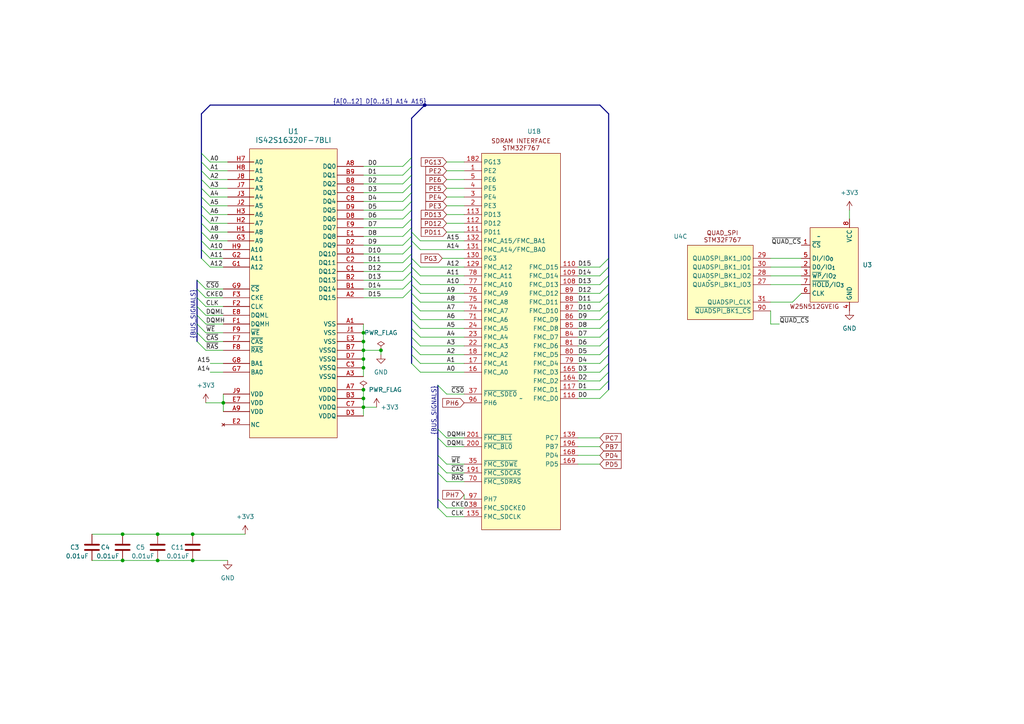
<source format=kicad_sch>
(kicad_sch (version 20230121) (generator eeschema)
  (paper "A4")
  (lib_symbols
    (symbol "Device:C" (pin_numbers hide) (pin_names (offset 0.254))
      (property "Reference" "C" (at 0.635 2.54 0))
      (property "Value" "C" (at 0.635 -2.54 0))
      (symbol "C_0_1"
        (polyline (pts (xy -2.032 -0.762) (xy 2.032 -0.762)) (stroke (width 0.508)))
        (polyline (pts (xy -2.032 0.762) (xy 2.032 0.762)) (stroke (width 0.508)))
      )
      (symbol "C_1_1"
        (pin passive line (at 0 3.81 270) (length 2.794) (name "~") (number "1"))
        (pin passive line (at 0 -3.81 90) (length 2.794) (name "~") (number "2"))
      )
    )
    (symbol "Local_symbols:IS42S16320F-7BLI" (pin_names (offset 0.254))
      (property "Reference" "U" (at 0 41.91 0))
      (property "Value" "IS42S16320F-7BLI" (at 0 39.37 0))
      (symbol "IS42S16320F-7BLI_1_1"
        (rectangle (start -12.7 38.1) (end 12.7 -45.72) (fill (type background)))
        (pin power_in line (at -20.32 -12.7 0) (length 7.62) (name "VSS") (number "A1"))
        (pin bidirectional line (at -20.32 -5.08 0) (length 7.62) (name "DQ15") (number "A2"))
        (pin power_in line (at -20.32 -27.94 0) (length 7.62) (name "VSSQ") (number "A3"))
        (pin power_in line (at -20.32 -31.75 0) (length 7.62) (name "VDDQ") (number "A7"))
        (pin bidirectional line (at -20.32 33.02 0) (length 7.62) (name "DQ0") (number "A8"))
        (pin power_in line (at 20.32 -38.1 180) (length 7.62) (name "VDD") (number "A9"))
        (pin bidirectional line (at -20.32 -2.54 0) (length 7.62) (name "DQ14") (number "B1"))
        (pin bidirectional line (at -20.32 0 0) (length 7.62) (name "DQ13") (number "B2"))
        (pin power_in line (at -20.32 -34.29 0) (length 7.62) (name "VDDQ") (number "B3"))
        (pin power_in line (at -20.32 -20.32 0) (length 7.62) (name "VSSQ") (number "B7"))
        (pin bidirectional line (at -20.32 27.94 0) (length 7.62) (name "DQ2") (number "B8"))
        (pin bidirectional line (at -20.32 30.48 0) (length 7.62) (name "DQ1") (number "B9"))
        (pin bidirectional line (at -20.32 2.54 0) (length 7.62) (name "DQ12") (number "C1"))
        (pin bidirectional line (at -20.32 5.08 0) (length 7.62) (name "DQ11") (number "C2"))
        (pin power_in line (at -20.32 -25.4 0) (length 7.62) (name "VSSQ") (number "C3"))
        (pin power_in line (at -20.32 -36.83 0) (length 7.62) (name "VDDQ") (number "C7"))
        (pin bidirectional line (at -20.32 22.86 0) (length 7.62) (name "DQ4") (number "C8"))
        (pin bidirectional line (at -20.32 25.4 0) (length 7.62) (name "DQ3") (number "C9"))
        (pin bidirectional line (at -20.32 7.62 0) (length 7.62) (name "DQ10") (number "D1"))
        (pin bidirectional line (at -20.32 10.16 0) (length 7.62) (name "DQ9") (number "D2"))
        (pin power_in line (at -20.32 -39.37 0) (length 7.62) (name "VDDQ") (number "D3"))
        (pin power_in line (at -20.32 -22.86 0) (length 7.62) (name "VSSQ") (number "D7"))
        (pin bidirectional line (at -20.32 17.78 0) (length 7.62) (name "DQ6") (number "D8"))
        (pin bidirectional line (at -20.32 20.32 0) (length 7.62) (name "DQ5") (number "D9"))
        (pin bidirectional line (at -20.32 12.7 0) (length 7.62) (name "DQ8") (number "E1"))
        (pin no_connect line (at 20.32 -41.91 180) (length 7.62) (name "NC") (number "E2"))
        (pin power_in line (at -20.32 -17.78 0) (length 7.62) (name "VSS") (number "E3"))
        (pin power_in line (at 20.32 -35.56 180) (length 7.62) (name "VDD") (number "E7"))
        (pin output line (at 20.32 -10.16 180) (length 7.62) (name "DQML") (number "E8"))
        (pin bidirectional line (at -20.32 15.24 0) (length 7.62) (name "DQ7") (number "E9"))
        (pin output line (at 20.32 -12.7 180) (length 7.62) (name "DQMH") (number "F1"))
        (pin output line (at 20.32 -7.62 180) (length 7.62) (name "CLK") (number "F2"))
        (pin output line (at 20.32 -5.08 180) (length 7.62) (name "CKE") (number "F3"))
        (pin output line (at 20.32 -17.78 180) (length 7.62) (name "~{CAS}") (number "F7"))
        (pin output line (at 20.32 -20.32 180) (length 7.62) (name "~{RAS}") (number "F8"))
        (pin output line (at 20.32 -15.24 180) (length 7.62) (name "~{WE}") (number "F9"))
        (pin output line (at 20.32 3.81 180) (length 7.62) (name "A12") (number "G1"))
        (pin output line (at 20.32 6.35 180) (length 7.62) (name "A11") (number "G2"))
        (pin output line (at 19.05 11.43 180) (length 7.62) (name "A9") (number "G3"))
        (pin output line (at 20.32 -26.67 180) (length 7.62) (name "BA0") (number "G7"))
        (pin output line (at 20.32 -24.13 180) (length 7.62) (name "BA1") (number "G8"))
        (pin output line (at 20.32 -2.54 180) (length 7.62) (name "~{CS}") (number "G9"))
        (pin output line (at 19.05 13.97 180) (length 7.62) (name "A8") (number "H1"))
        (pin output line (at 19.05 16.51 180) (length 7.62) (name "A7") (number "H2"))
        (pin output line (at 19.05 19.05 180) (length 7.62) (name "A6") (number "H3"))
        (pin output line (at 19.05 34.29 180) (length 7.62) (name "A0") (number "H7"))
        (pin output line (at 19.05 31.75 180) (length 7.62) (name "A1") (number "H8"))
        (pin output line (at 20.32 8.89 180) (length 7.62) (name "A10") (number "H9"))
        (pin power_in line (at -20.32 -15.24 0) (length 7.62) (name "VSS") (number "J1"))
        (pin output line (at 19.05 21.59 180) (length 7.62) (name "A5") (number "J2"))
        (pin output line (at 19.05 24.13 180) (length 7.62) (name "A4") (number "J3"))
        (pin output line (at 19.05 26.67 180) (length 7.62) (name "A3") (number "J7"))
        (pin output line (at 19.05 29.21 180) (length 7.62) (name "A2") (number "J8"))
        (pin power_in line (at 20.32 -33.02 180) (length 7.62) (name "VDD") (number "J9"))
      )
    )
    (symbol "Local_symbols:STM32F767BGT6"
      (property "Reference" "U" (at -11.43 74.93 0))
      (symbol "STM32F767BGT6_1_1"
        (rectangle (start -15.24 35.56) (end 0 -26.67) (fill (type background)))
        (text "POWER BLOCK\nSTM32F767\n" (at 2.54 38.1 0) (effects (font (size 1.27 1.27))))
        (pin power_in line (at -20.32 -2.54 0) (length 5.08) (name "VDD") (number "103"))
        (pin power_in line (at 5.08 12.7 180) (length 5.08) (name "VSS") (number "114"))
        (pin power_in line (at -20.32 12.7 0) (length 5.08) (name "VDD") (number "115"))
        (pin power_in line (at -20.32 10.16 0) (length 5.08) (name "VDD") (number "124"))
        (pin power_in line (at 5.08 10.16 180) (length 5.08) (name "VSS") (number "125"))
        (pin power_in line (at 5.08 0 180) (length 5.08) (name "VSS") (number "136"))
        (pin power_in line (at -20.32 -12.7 0) (length 5.08) (name "VDDUSB") (number "137"))
        (pin power_in line (at 5.08 30.48 180) (length 5.08) (name "VSS") (number "14"))
        (pin passive line (at -7.62 -31.75 90) (length 5.08) (name "VCAP_2") (number "148"))
        (pin power_in line (at 5.08 7.62 180) (length 5.08) (name "VSS") (number "149"))
        (pin power_in line (at -17.78 30.48 0) (length 2.54) (name "VDD") (number "15"))
        (pin power_in line (at -20.32 7.62 0) (length 5.08) (name "VDD") (number "150"))
        (pin power_in line (at -20.32 -5.08 0) (length 5.08) (name "VDD") (number "158"))
        (pin power_in line (at 5.08 -2.54 180) (length 5.08) (name "VSS") (number "170"))
        (pin power_in line (at -20.32 -10.16 0) (length 5.08) (name "VDDSDMMC") (number "171"))
        (pin power_in line (at 5.08 5.08 180) (length 5.08) (name "VSS") (number "184"))
        (pin power_in line (at -20.32 5.08 0) (length 5.08) (name "VDD") (number "185"))
        (pin power_in line (at 5.08 2.54 180) (length 5.08) (name "VSS") (number "202"))
        (pin passive line (at -11.43 -31.75 90) (length 5.08) (name "PDRON") (number "203"))
        (pin power_in line (at -20.32 2.54 0) (length 5.08) (name "VDD") (number "204"))
        (pin power_in line (at 5.08 27.94 180) (length 5.08) (name "VSS") (number "25"))
        (pin power_in line (at -17.78 27.94 0) (length 2.54) (name "VDD") (number "26"))
        (pin power_in line (at -20.32 0 0) (length 5.08) (name "VDD") (number "39"))
        (pin power_in line (at 5.08 -7.62 180) (length 5.08) (name "VSSA") (number "40"))
        (pin power_in line (at -20.32 -17.78 0) (length 5.08) (name "VDDREF+") (number "41"))
        (pin power_in line (at -20.32 -15.24 0) (length 5.08) (name "VDDA") (number "42"))
        (pin power_in line (at 5.08 25.4 180) (length 5.08) (name "VSS") (number "51"))
        (pin power_in line (at -17.78 25.4 0) (length 2.54) (name "VDD") (number "52"))
        (pin power_in line (at -17.78 22.86 0) (length 2.54) (name "VDD") (number "59"))
        (pin power_in line (at -7.62 40.64 270) (length 5.08) (name "VBAT") (number "6"))
        (pin power_in line (at 5.08 22.86 180) (length 5.08) (name "VSS") (number "60"))
        (pin power_in line (at 5.08 20.32 180) (length 5.08) (name "VSS") (number "72"))
        (pin power_in line (at -17.78 20.32 0) (length 2.54) (name "VDD") (number "73"))
        (pin power_in line (at 5.08 17.78 180) (length 5.08) (name "VSS") (number "82"))
        (pin power_in line (at -17.78 17.78 0) (length 2.54) (name "VDD") (number "83"))
        (pin passive line (at -3.81 -31.75 90) (length 5.08) (name "VCAP_1") (number "92"))
        (pin power_in line (at 5.08 15.24 180) (length 5.08) (name "VSS") (number "93"))
        (pin power_in line (at -17.78 15.24 0) (length 2.54) (name "VDD") (number "94"))
      )
      (symbol "STM32F767BGT6_2_1"
        (rectangle (start -15.24 69.85) (end 7.62 -39.37) (fill (type background)))
        (text "SDRAM INTERFACE\nSTM32F767" (at -3.81 72.39 0) (effects (font (size 1.27 1.27))))
        (pin bidirectional line (at -20.32 64.77 0) (length 5.08) (name "FMC_A23") (number "1") (alternate "PE2" bidirectional line))
        (pin bidirectional line (at 12.7 31.75 180) (length 5.08) (name "FMC_D13") (number "108"))
        (pin bidirectional line (at 12.7 34.29 180) (length 5.08) (name "FMC_D14") (number "109"))
        (pin bidirectional line (at 12.7 36.83 180) (length 5.08) (name "FMC_D15") (number "110"))
        (pin bidirectional line (at -20.32 46.99 0) (length 5.08) (name "FMC_A16") (number "111") (alternate "PD11" bidirectional line))
        (pin bidirectional line (at -20.32 49.53 0) (length 5.08) (name "FMC_A17") (number "112") (alternate "PD12" bidirectional line))
        (pin bidirectional line (at -20.32 52.07 0) (length 5.08) (name "FMC_A18") (number "113") (alternate "PD13" bidirectional line))
        (pin bidirectional line (at 12.7 -1.27 180) (length 5.08) (name "FMC_D0") (number "116"))
        (pin bidirectional line (at 12.7 1.27 180) (length 5.08) (name "FMC_D1") (number "117"))
        (pin bidirectional line (at -20.32 36.83 0) (length 5.08) (name "FMC_A12") (number "129"))
        (pin bidirectional line (at -20.32 39.37 0) (length 5.08) (name "FMC_A13") (number "130") (alternate "PG3" bidirectional line))
        (pin bidirectional line (at -20.32 41.91 0) (length 5.08) (name "FMC_A14/FMC_BA0") (number "131"))
        (pin bidirectional line (at -20.32 44.45 0) (length 5.08) (name "FMC_A15/FMC_BA1") (number "132"))
        (pin bidirectional line (at -20.32 -35.56 0) (length 5.08) (name "FMC_SDCLK") (number "135"))
        (pin bidirectional line (at 12.7 -12.7 180) (length 5.08) (name "~{FMC_E1}") (number "139") (alternate "PC7" tri_state line))
        (pin bidirectional line (at -20.32 6.35 0) (length 5.08) (name "FMC_A0") (number "16"))
        (pin bidirectional line (at 12.7 3.81 180) (length 5.08) (name "FMC_D2") (number "164"))
        (pin bidirectional line (at 12.7 6.35 180) (length 5.08) (name "FMC_D3") (number "165"))
        (pin bidirectional line (at 12.7 -17.78 180) (length 5.08) (name "~{FMC_OE}") (number "168") (alternate "PD4" bidirectional line))
        (pin bidirectional line (at 12.7 -20.32 180) (length 5.08) (name "~{FMC_WE}") (number "169") (alternate "PD5" bidirectional line))
        (pin bidirectional line (at -20.32 8.89 0) (length 5.08) (name "FMC_A1") (number "17"))
        (pin bidirectional line (at -20.32 11.43 0) (length 5.08) (name "FMC_A2") (number "18"))
        (pin bidirectional line (at -20.32 67.31 0) (length 5.08) (name "FMC_A24") (number "182") (alternate "PG13" bidirectional line))
        (pin bidirectional line (at -20.32 -22.86 0) (length 5.08) (name "~{FMC_SDCAS}") (number "191"))
        (pin bidirectional line (at 12.7 -15.24 180) (length 5.08) (name "~{FMC_L}") (number "196") (alternate "PB7" bidirectional line))
        (pin bidirectional line (at -20.32 54.61 0) (length 5.08) (name "FMC_A19") (number "2") (alternate "PE3" bidirectional line))
        (pin bidirectional line (at -20.32 -15.24 0) (length 5.08) (name "~{FMC_BL0}") (number "200"))
        (pin bidirectional line (at -20.32 -12.7 0) (length 5.08) (name "~{FMC_BL1}") (number "201"))
        (pin bidirectional line (at -20.32 13.97 0) (length 5.08) (name "FMC_A3") (number "22"))
        (pin bidirectional line (at -20.32 16.51 0) (length 5.08) (name "FMC_A4") (number "23"))
        (pin bidirectional line (at -20.32 19.05 0) (length 5.08) (name "FMC_A5") (number "24"))
        (pin bidirectional line (at -20.32 57.15 0) (length 5.08) (name "FMC_A20") (number "3") (alternate "PE4" bidirectional line))
        (pin bidirectional line (at -20.32 -20.32 0) (length 5.08) (name "~{FMC_SDWE}") (number "35"))
        (pin bidirectional line (at -20.32 0 0) (length 5.08) (name "~{FMC_SDE0}") (number "37"))
        (pin bidirectional line (at -20.32 -33.02 0) (length 5.08) (name "FMC_SDCKE0") (number "38"))
        (pin bidirectional line (at -20.32 59.69 0) (length 5.08) (name "FMC_A21") (number "4") (alternate "PE5" bidirectional line))
        (pin bidirectional line (at -20.32 62.23 0) (length 5.08) (name "FMC_A22") (number "5") (alternate "PE6" bidirectional line))
        (pin bidirectional line (at -20.32 -25.4 0) (length 5.08) (name "~{FMC_SDRAS}") (number "70"))
        (pin bidirectional line (at -20.32 21.59 0) (length 5.08) (name "FMC_A6") (number "71"))
        (pin bidirectional line (at -20.32 24.13 0) (length 5.08) (name "FMC_A7") (number "74"))
        (pin bidirectional line (at -20.32 26.67 0) (length 5.08) (name "FMC_A8") (number "75"))
        (pin bidirectional line (at -20.32 29.21 0) (length 5.08) (name "FMC_A9") (number "76"))
        (pin bidirectional line (at -20.32 31.75 0) (length 5.08) (name "FMC_A10") (number "77"))
        (pin bidirectional line (at -20.32 34.29 0) (length 5.08) (name "FMC_A11") (number "78"))
        (pin bidirectional line (at 12.7 8.89 180) (length 5.08) (name "FMC_D4") (number "79"))
        (pin bidirectional line (at 12.7 11.43 180) (length 5.08) (name "FMC_D5") (number "80"))
        (pin bidirectional line (at 12.7 13.97 180) (length 5.08) (name "FMC_D6") (number "81"))
        (pin bidirectional line (at 12.7 16.51 180) (length 5.08) (name "FMC_D7") (number "84"))
        (pin bidirectional line (at 12.7 19.05 180) (length 5.08) (name "FMC_D8") (number "85"))
        (pin bidirectional line (at 12.7 21.59 180) (length 5.08) (name "FMC_D9") (number "86"))
        (pin bidirectional line (at 12.7 24.13 180) (length 5.08) (name "FMC_D10") (number "87"))
        (pin bidirectional line (at 12.7 26.67 180) (length 5.08) (name "FMC_D11") (number "88"))
        (pin bidirectional line (at 12.7 29.21 180) (length 5.08) (name "FMC_D12") (number "89"))
        (pin bidirectional line (at -20.32 -2.54 0) (length 5.08) (name "~{FMC_SDE1}") (number "96") (alternate "PH6" bidirectional line))
        (pin bidirectional line (at -20.32 -30.48 0) (length 5.08) (name "FMC_SDCKE1") (number "97") (alternate "PH7" bidirectional line))
      )
      (symbol "STM32F767BGT6_3_1"
        (rectangle (start -16.51 8.89) (end 2.54 -12.7) (fill (type background)))
        (text "QUAD_SPI\nSTM32F767" (at -7.62 11.43 0) (effects (font (size 1.27 1.27))))
        (pin bidirectional line (at -21.59 -2.54 0) (length 5.08) (name "QUADSPI_BK1_IO3") (number "27"))
        (pin bidirectional line (at -21.59 0 0) (length 5.08) (name "QUADSPI_BK1_IO2") (number "28"))
        (pin bidirectional line (at -21.59 5.08 0) (length 5.08) (name "QUADSPI_BK1_IO0") (number "29"))
        (pin bidirectional line (at -21.59 2.54 0) (length 5.08) (name "QUADSPI_BK1_IO1") (number "30"))
        (pin bidirectional line (at -21.59 -7.62 0) (length 5.08) (name "QUADSPI_CLK") (number "31"))
        (pin bidirectional line (at -21.59 -10.16 0) (length 5.08) (name "~{QUADSPI_BK1_CS}") (number "90"))
      )
      (symbol "STM32F767BGT6_4_1"
        (rectangle (start -11.43 7.62) (end 5.08 -11.43) (fill (type background)))
        (text "CLOCK INTERFACE\nSTM32F767" (at -7.62 11.43 0) (effects (font (size 1.27 1.27))))
        (pin output line (at -16.51 5.08 0) (length 5.08) (name "RCC_OSC32_OUT") (number "10"))
        (pin input line (at -16.51 -2.54 0) (length 5.08) (name "RCC_OSC_IN") (number "32"))
        (pin output line (at -16.51 -5.08 0) (length 5.08) (name "RCC_OSC_OUT") (number "33"))
        (pin input line (at -16.51 -8.89 0) (length 5.08) (name "~{RESET}") (number "34"))
        (pin input line (at -16.51 2.54 0) (length 5.08) (name "RCC_OSC32_IN") (number "9"))
      )
      (symbol "STM32F767BGT6_5_1"
        (rectangle (start -6.35 8.89) (end 6.35 -11.43) (fill (type background)))
        (text "JTAG INTERFACE\nSTM32F767" (at 0 11.43 0) (effects (font (size 1.27 1.27))))
        (pin bidirectional line (at -11.43 6.35 0) (length 5.08) (name "TMS_SWDIO") (number "147"))
        (pin input line (at -11.43 3.81 0) (length 5.08) (name "TCK_SWCLK") (number "159"))
        (pin input line (at -11.43 -1.27 0) (length 5.08) (name "TDI") (number "160"))
        (pin bidirectional line (at -11.43 1.27 0) (length 5.08) (name "TDO_SW0") (number "192"))
        (pin input line (at -11.43 -3.81 0) (length 5.08) (name "TRST") (number "193"))
        (pin input line (at -11.43 -8.89 0) (length 5.08) (name "BOOT0") (number "197"))
      )
      (symbol "STM32F767BGT6_6_1"
        (rectangle (start -8.89 12.7) (end 8.89 -25.4) (fill (type background)))
        (text "ETHERNET INTERFACE\nSTM32F767" (at 0 15.24 0) (effects (font (size 1.27 1.27))))
        (pin output line (at -13.97 5.08 0) (length 5.08) (name "ETH_TXD0") (number "104"))
        (pin output line (at -13.97 2.54 0) (length 5.08) (name "ETH_TXD1") (number "105"))
        (pin output line (at -13.97 -17.78 0) (length 5.08) (name "ETH_MDC") (number "36"))
        (pin input line (at -13.97 -12.7 0) (length 5.08) (name "ETH_REF_CLK") (number "44"))
        (pin bidirectional line (at -13.97 -20.32 0) (length 5.08) (name "ETH_MDIO") (number "45"))
        (pin output line (at -13.97 -10.16 0) (length 5.08) (name "ETH_CRS_DV") (number "56"))
        (pin input line (at -13.97 -2.54 0) (length 5.08) (name "ETH_RXD0") (number "57"))
        (pin input line (at -13.97 -5.08 0) (length 5.08) (name "ETH_RXD1") (number "58"))
        (pin output line (at -13.97 8.89 0) (length 5.08) (name "ETH_TX_EN") (number "91"))
      )
      (symbol "STM32F767BGT6_7_1"
        (rectangle (start -15.24 35.56) (end 0 -53.34) (fill (type background)))
        (text "LCD INTERFACE\nSTM32F767\n" (at -7.62 38.1 0) (effects (font (size 1.27 1.27))))
        (pin output line (at 5.08 27.94 180) (length 5.08) (name "LCD_VSYNC") (number "11"))
        (pin output line (at 5.08 25.4 180) (length 5.08) (name "LCD_HSYNC") (number "12"))
        (pin output line (at 5.08 -17.78 180) (length 5.08) (name "LCD_G3") (number "122"))
        (pin output line (at 5.08 -15.24 180) (length 5.08) (name "LCD_G4") (number "123"))
        (pin output line (at 5.08 -7.62 180) (length 5.08) (name "LCD_G7") (number "128"))
        (pin output line (at 5.08 -10.16 180) (length 5.08) (name "LCD_G6") (number "13"))
        (pin output line (at 5.08 2.54 180) (length 5.08) (name "LCD_B2") (number "172"))
        (pin output line (at 5.08 -2.54 180) (length 5.08) (name "LCD_B0") (number "174"))
        (pin output line (at 5.08 0 180) (length 5.08) (name "LCD_B1") (number "175"))
        (pin output line (at 5.08 5.08 180) (length 5.08) (name "LCD_B3") (number "177"))
        (pin output line (at 5.08 7.62 180) (length 5.08) (name "LCD_B4") (number "181"))
        (pin output line (at 5.08 12.7 180) (length 5.08) (name "LCD_B6") (number "188"))
        (pin output line (at 5.08 15.24 180) (length 5.08) (name "LCD_B7") (number "189"))
        (pin output line (at 5.08 30.48 180) (length 5.08) (name "LCD_DE") (number "190"))
        (pin output line (at 5.08 22.86 180) (length 5.08) (name "LCD_CLK") (number "21"))
        (pin output line (at 5.08 -49.53 180) (length 5.08) (name "LCD_R0") (number "46"))
        (pin output line (at 5.08 -46.99 180) (length 5.08) (name "LCD_R1") (number "47"))
        (pin output line (at 5.08 -12.7 180) (length 5.08) (name "LCD_G5") (number "48"))
        (pin output line (at 5.08 10.16 180) (length 5.08) (name "LCD_B5") (number "50"))
        (pin output line (at 5.08 -39.37 180) (length 5.08) (name "LCD_R4") (number "54"))
        (pin output line (at 5.08 -20.32 180) (length 5.08) (name "LCD_G2") (number "55"))
        (pin output line (at 5.08 -22.86 180) (length 5.08) (name "LCD_G1") (number "61"))
        (pin output line (at 5.08 -25.4 180) (length 5.08) (name "LCD_G0") (number "62"))
        (pin output line (at 5.08 -31.75 180) (length 5.08) (name "LCD_R7") (number "65"))
        (pin output line (at 5.08 -44.45 180) (length 5.08) (name "LCD_R2") (number "66"))
        (pin output line (at 5.08 -41.91 180) (length 5.08) (name "LCD_R3") (number "67"))
        (pin output line (at 5.08 -36.83 180) (length 5.08) (name "LCD_R5") (number "69"))
        (pin output line (at 5.08 -34.29 180) (length 5.08) (name "LCD_R6") (number "95"))
      )
      (symbol "STM32F767BGT6_8_1"
        (rectangle (start -11.43 2.54) (end 3.81 -15.24) (fill (type background)))
        (text "SDCARD INTERFACE\nSTM32F767" (at -2.54 5.08 0) (effects (font (size 1.27 1.27))))
        (pin bidirectional line (at 8.89 0 180) (length 5.08) (name "SDMMC1_D0") (number "140"))
        (pin bidirectional line (at 8.89 -2.54 180) (length 5.08) (name "SDMMC1_D1") (number "141"))
        (pin bidirectional line (at 8.89 -5.08 180) (length 5.08) (name "SDMMC1_D2") (number "161"))
        (pin bidirectional line (at 8.89 -7.62 180) (length 5.08) (name "SDMMC1_D3") (number "162"))
        (pin bidirectional line (at 8.89 -10.16 180) (length 5.08) (name "SDMMC1_CK") (number "163"))
        (pin bidirectional line (at 8.89 -12.7 180) (length 5.08) (name "SDMMC1_CMD") (number "166"))
      )
      (symbol "STM32F767BGT6_9_1"
        (rectangle (start -13.97 7.62) (end 5.08 -10.16) (fill (type background)))
        (text "USB INTERFACE\nSTM32F767" (at -2.54 10.16 0) (effects (font (size 1.27 1.27))))
        (pin bidirectional line (at 10.16 -3.81 180) (length 5.08) (name "USB_OTG_FS_SOF") (number "142"))
        (pin bidirectional line (at 10.16 -6.35 180) (length 5.08) (name "USB_OTG_FS_VBUS") (number "143"))
        (pin bidirectional line (at 10.16 3.81 180) (length 5.08) (name "USB_OTG_FS_ID") (number "144"))
        (pin bidirectional line (at 10.16 1.27 180) (length 5.08) (name "USB_OTG_FS_DM") (number "145"))
        (pin bidirectional line (at 10.16 -1.27 180) (length 5.08) (name "USB_OTG_FS_DP") (number "146"))
      )
      (symbol "STM32F767BGT6_10_1"
        (rectangle (start -15.24 35.56) (end -2.54 -52.07) (fill (type background)))
        (text "POWER BLOCK\nSTM32F767\n" (at 2.54 38.1 0) (effects (font (size 1.27 1.27))))
        (pin bidirectional line (at 2.54 -3.81 180) (length 5.08) (name "PH10") (number "100"))
        (pin bidirectional line (at 2.54 -6.35 180) (length 5.08) (name "PH11") (number "101"))
        (pin bidirectional line (at 2.54 -8.89 180) (length 5.08) (name "PH12") (number "102"))
        (pin bidirectional line (at -20.32 7.62 0) (length 5.08) (name "PB14") (number "106"))
        (pin bidirectional line (at -20.32 5.08 0) (length 5.08) (name "PB15") (number "107"))
        (pin bidirectional line (at 2.54 -24.13 180) (length 5.08) (name "PJ6") (number "118"))
        (pin bidirectional line (at 2.54 -26.67 180) (length 5.08) (name "PJ7") (number "119"))
        (pin bidirectional line (at 2.54 -29.21 180) (length 5.08) (name "PJ8") (number "120"))
        (pin bidirectional line (at 2.54 -31.75 180) (length 5.08) (name "PJ9") (number "121"))
        (pin bidirectional line (at 2.54 -39.37 180) (length 5.08) (name "PK0") (number "126"))
        (pin bidirectional line (at 2.54 -41.91 180) (length 5.08) (name "PK1") (number "127"))
        (pin bidirectional line (at 2.54 22.86 180) (length 5.08) (name "PG6") (number "133"))
        (pin bidirectional line (at 2.54 20.32 180) (length 5.08) (name "PG7") (number "134"))
        (pin bidirectional line (at -20.32 0 0) (length 5.08) (name "PC6") (number "138"))
        (pin bidirectional line (at 2.54 -11.43 180) (length 5.08) (name "PH13") (number "151"))
        (pin bidirectional line (at 2.54 -13.97 180) (length 5.08) (name "PH14") (number "152"))
        (pin bidirectional line (at 2.54 -16.51 180) (length 5.08) (name "PH15") (number "153"))
        (pin bidirectional line (at -20.32 -13.97 0) (length 5.08) (name "PI0") (number "154"))
        (pin bidirectional line (at -20.32 -16.51 0) (length 5.08) (name "PI1") (number "155"))
        (pin bidirectional line (at -20.32 -19.05 0) (length 5.08) (name "PI2") (number "156"))
        (pin bidirectional line (at -20.32 -21.59 0) (length 5.08) (name "PI3") (number "157"))
        (pin bidirectional line (at -20.32 -6.35 0) (length 5.08) (name "PD3") (number "167"))
        (pin bidirectional line (at -20.32 -8.89 0) (length 5.08) (name "PD7") (number "173"))
        (pin bidirectional line (at 2.54 -34.29 180) (length 5.08) (name "PJ14") (number "176"))
        (pin bidirectional line (at 2.54 17.78 180) (length 5.08) (name "PG9") (number "178"))
        (pin bidirectional line (at 2.54 15.24 180) (length 5.08) (name "PG10") (number "179"))
        (pin bidirectional line (at 2.54 12.7 180) (length 5.08) (name "PG11") (number "180"))
        (pin bidirectional line (at 2.54 10.16 180) (length 5.08) (name "PG14") (number "183"))
        (pin bidirectional line (at 2.54 -44.45 180) (length 5.08) (name "PK3") (number "186"))
        (pin bidirectional line (at 2.54 -46.99 180) (length 5.08) (name "PK4") (number "187"))
        (pin bidirectional line (at -20.32 -36.83 0) (length 5.08) (name "PI12") (number "19"))
        (pin bidirectional line (at -20.32 20.32 0) (length 5.08) (name "PB5") (number "194"))
        (pin bidirectional line (at -20.32 17.78 0) (length 5.08) (name "PB6") (number "195"))
        (pin bidirectional line (at -20.32 12.7 0) (length 5.08) (name "PB8") (number "198"))
        (pin bidirectional line (at -20.32 10.16 0) (length 5.08) (name "PB9") (number "199"))
        (pin bidirectional line (at -20.32 -39.37 0) (length 5.08) (name "PI13") (number "20"))
        (pin bidirectional line (at -20.32 -24.13 0) (length 5.08) (name "PI4") (number "205"))
        (pin bidirectional line (at -20.32 -26.67 0) (length 5.08) (name "PI5") (number "206"))
        (pin bidirectional line (at -20.32 -29.21 0) (length 5.08) (name "PI6") (number "207"))
        (pin bidirectional line (at -20.32 -31.75 0) (length 5.08) (name "PI7") (number "208"))
        (pin bidirectional line (at -20.32 30.48 0) (length 5.08) (name "PA0/WKUP") (number "43"))
        (pin bidirectional line (at 2.54 3.81 180) (length 5.08) (name "PH5") (number "49"))
        (pin bidirectional line (at -20.32 27.94 0) (length 5.08) (name "PA4") (number "53"))
        (pin bidirectional line (at -20.32 22.86 0) (length 5.08) (name "PB2") (number "63"))
        (pin bidirectional line (at -20.32 -41.91 0) (length 5.08) (name "PI15") (number "64"))
        (pin bidirectional line (at 2.54 -21.59 180) (length 5.08) (name "PJ3") (number "68"))
        (pin bidirectional line (at -20.32 -34.29 0) (length 5.08) (name "PI8") (number "7"))
        (pin bidirectional line (at -20.32 -2.54 0) (length 5.08) (name "PC13") (number "8"))
        (pin bidirectional line (at 2.54 1.27 180) (length 5.08) (name "PH8") (number "98"))
        (pin bidirectional line (at 2.54 -1.27 180) (length 5.08) (name "PH9") (number "99"))
      )
    )
    (symbol "dk_Memory:W25N512GVEIG"
      (property "Reference" "U" (at -7.62 12.7 0))
      (symbol "W25N512GVEIG_1_1"
        (rectangle (start -6.35 11.43) (end 7.62 -10.16) (fill (type background)))
        (text "W25N512GVEIG" (at -5.08 -11.43 0) (effects (font (size 1.27 1.27))))
        (pin input line (at -8.89 6.35 0) (length 2.54) (name "~{CS}") (number "1"))
        (pin bidirectional line (at -8.89 0 0) (length 2.54) (name "D0/IO_{1}") (number "2"))
        (pin bidirectional line (at -8.89 -2.54 0) (length 2.54) (name "~{WP}/IO_{2}") (number "3"))
        (pin power_in line (at 5.08 -12.7 90) (length 2.54) (name "GND") (number "4"))
        (pin bidirectional line (at -8.89 2.54 0) (length 2.54) (name "DI/IO_{0}") (number "5"))
        (pin input line (at -8.89 -7.62 0) (length 2.54) (name "CLK") (number "6"))
        (pin bidirectional line (at -8.89 -5.08 0) (length 2.54) (name "~{HOLD}/IO_{3}") (number "7"))
        (pin power_in line (at 5.08 13.97 270) (length 2.54) (name "VCC") (number "8"))
      )
    )
    (symbol "power:+3V3" (power) (pin_names (offset 0))
      (property "Value" "+3V3" (at 0 3.556 0))
      (symbol "+3V3_0_1"
        (polyline (pts (xy -0.762 1.27) (xy 0 2.54)))
        (polyline (pts (xy 0 0) (xy 0 2.54)))
        (polyline (pts (xy 0 2.54) (xy 0.762 1.27)))
      )
      (symbol "+3V3_1_1"
        (pin power_in line (at 0 0 90) (length 0) hide (name "+3V3") (number "1"))
      )
    )
    (symbol "power:GND" (power) (pin_names (offset 0))
      (property "Value" "GND" (at 0 -3.81 0))
      (symbol "GND_0_1"
        (polyline (pts (xy 0 0) (xy 0 -1.27) (xy 1.27 -1.27) (xy 0 -2.54) (xy -1.27 -1.27) (xy 0 -1.27)))
      )
      (symbol "GND_1_1"
        (pin power_in line (at 0 0 270) (length 0) hide (name "GND") (number "1"))
      )
    )
    (symbol "power:PWR_FLAG" (power) (pin_numbers hide) (pin_names (offset 0) hide)
      (property "Value" "PWR_FLAG" (at 0 3.81 0))
      (symbol "PWR_FLAG_0_0"
        (pin power_out line (at 0 0 90) (length 0) (name "pwr") (number "1"))
      )
      (symbol "PWR_FLAG_0_1"
        (polyline (pts (xy 0 0) (xy 0 1.27) (xy -1.016 1.905) (xy 0 2.54) (xy 1.016 1.905) (xy 0 1.27)))
      )
    )
  )
  (bus_alias "BUS_SIGNALS" (members "~{WE}" "DQMH" "DQML" "CLK" "~{CS0}" "CKE0" "~{RAS}" "~{CAS}"))
  (junction (at 105.41 118.11))
  (junction (at 105.41 106.68))
  (junction (at 105.41 101.6))
  (junction (at 35.56 162.56))
  (junction (at 110.49 101.6))
  (junction (at 105.41 96.52))
  (junction (at 35.56 154.94))
  (junction (at 45.72 162.56))
  (junction (at 105.41 113.03))
  (junction (at 55.88 162.56))
  (junction (at 105.41 104.14))
  (junction (at 55.88 154.94))
  (junction (at 64.77 116.84))
  (junction (at 105.41 99.06))
  (junction (at 105.41 115.57))
  (junction (at 123.19 30.48))
  (junction (at 45.72 154.94))
  (bus_entry (at 176.53 95.25) (size -2.54 2.54))
  (bus_entry (at 176.53 92.71) (size -2.54 2.54))
  (bus_entry (at 176.53 100.33) (size -2.54 2.54))
  (bus_entry (at 176.53 82.55) (size -2.54 2.54))
  (bus_entry (at 57.15 91.44) (size 2.54 2.54))
  (bus_entry (at 119.38 48.26) (size -2.54 2.54))
  (bus_entry (at 119.38 77.47) (size 2.54 2.54))
  (bus_entry (at 127 127) (size 2.54 2.54))
  (bus_entry (at 58.42 54.61) (size 2.54 2.54))
  (bus_entry (at 58.42 46.99) (size 2.54 2.54))
  (bus_entry (at 58.42 44.45) (size 2.54 2.54))
  (bus_entry (at 119.38 92.71) (size 2.54 2.54))
  (bus_entry (at 176.53 74.93) (size -2.54 2.54))
  (bus_entry (at 119.38 82.55) (size 2.54 2.54))
  (bus_entry (at 119.38 78.74) (size -2.54 2.54))
  (bus_entry (at 119.38 100.33) (size 2.54 2.54))
  (bus_entry (at 119.38 55.88) (size -2.54 2.54))
  (bus_entry (at 57.15 88.9) (size 2.54 2.54))
  (bus_entry (at 119.38 102.87) (size 2.54 2.54))
  (bus_entry (at 119.38 95.25) (size 2.54 2.54))
  (bus_entry (at 176.53 90.17) (size -2.54 2.54))
  (bus_entry (at 57.15 83.82) (size 2.54 2.54))
  (bus_entry (at 127 134.62) (size 2.54 2.54))
  (bus_entry (at 119.38 58.42) (size -2.54 2.54))
  (bus_entry (at 176.53 110.49) (size -2.54 2.54))
  (bus_entry (at 57.15 86.36) (size 2.54 2.54))
  (bus_entry (at 119.38 63.5) (size -2.54 2.54))
  (bus_entry (at 176.53 85.09) (size -2.54 2.54))
  (bus_entry (at 119.38 45.72) (size -2.54 2.54))
  (bus_entry (at 119.38 50.8) (size -2.54 2.54))
  (bus_entry (at 119.38 66.04) (size -2.54 2.54))
  (bus_entry (at 176.53 102.87) (size -2.54 2.54))
  (bus_entry (at 127 132.08) (size 2.54 2.54))
  (bus_entry (at 58.42 74.93) (size 2.54 2.54))
  (bus_entry (at 176.53 77.47) (size -2.54 2.54))
  (bus_entry (at 58.42 52.07) (size 2.54 2.54))
  (bus_entry (at 119.38 60.96) (size -2.54 2.54))
  (bus_entry (at 58.42 67.31) (size 2.54 2.54))
  (bus_entry (at 119.38 53.34) (size -2.54 2.54))
  (bus_entry (at 119.38 83.82) (size -2.54 2.54))
  (bus_entry (at 119.38 87.63) (size 2.54 2.54))
  (bus_entry (at 58.42 72.39) (size 2.54 2.54))
  (bus_entry (at 127 111.76) (size 2.54 2.54))
  (bus_entry (at 127 147.32) (size 2.54 2.54))
  (bus_entry (at 127 124.46) (size 2.54 2.54))
  (bus_entry (at 58.42 62.23) (size 2.54 2.54))
  (bus_entry (at 58.42 64.77) (size 2.54 2.54))
  (bus_entry (at 119.38 97.79) (size 2.54 2.54))
  (bus_entry (at 119.38 80.01) (size 2.54 2.54))
  (bus_entry (at 176.53 107.95) (size -2.54 2.54))
  (bus_entry (at 176.53 97.79) (size -2.54 2.54))
  (bus_entry (at 119.38 81.28) (size -2.54 2.54))
  (bus_entry (at 119.38 90.17) (size 2.54 2.54))
  (bus_entry (at 119.38 76.2) (size -2.54 2.54))
  (bus_entry (at 57.15 81.28) (size 2.54 2.54))
  (bus_entry (at 119.38 74.93) (size 2.54 2.54))
  (bus_entry (at 57.15 93.98) (size 2.54 2.54))
  (bus_entry (at 57.15 96.52) (size 2.54 2.54))
  (bus_entry (at 58.42 49.53) (size 2.54 2.54))
  (bus_entry (at 127 144.78) (size 2.54 2.54))
  (bus_entry (at 119.38 71.12) (size -2.54 2.54))
  (bus_entry (at 57.15 99.06) (size 2.54 2.54))
  (bus_entry (at 176.53 105.41) (size -2.54 2.54))
  (bus_entry (at 176.53 113.03) (size -2.54 2.54))
  (bus_entry (at 119.38 85.09) (size 2.54 2.54))
  (bus_entry (at 119.38 69.85) (size 2.54 2.54))
  (bus_entry (at 119.38 67.31) (size 2.54 2.54))
  (bus_entry (at 127 137.16) (size 2.54 2.54))
  (bus_entry (at 119.38 68.58) (size -2.54 2.54))
  (bus_entry (at 119.38 105.41) (size 2.54 2.54))
  (bus_entry (at 58.42 69.85) (size 2.54 2.54))
  (bus_entry (at 176.53 87.63) (size -2.54 2.54))
  (bus_entry (at 58.42 57.15) (size 2.54 2.54))
  (bus_entry (at 176.53 80.01) (size -2.54 2.54))
  (bus_entry (at 58.42 59.69) (size 2.54 2.54))
  (bus_entry (at 119.38 73.66) (size -2.54 2.54))
  (wire (pts (xy 167.64 77.47) (xy 173.99 77.47)))
  (wire (pts (xy 129.54 67.31) (xy 134.62 67.31)))
  (wire (pts (xy 105.41 78.74) (xy 116.84 78.74)))
  (wire (pts (xy 105.41 81.28) (xy 116.84 81.28)))
  (wire (pts (xy 129.54 52.07) (xy 134.62 52.07)))
  (wire (pts (xy 35.56 162.56) (xy 45.72 162.56)))
  (bus (pts (xy 58.42 72.39) (xy 58.42 74.93)))
  (bus (pts (xy 58.42 59.69) (xy 58.42 62.23)))
  (bus (pts (xy 58.42 46.99) (xy 58.42 49.53)))
  (wire (pts (xy 223.52 87.63) (xy 229.87 87.63)))
  (wire (pts (xy 128.27 74.93) (xy 134.62 74.93)))
  (wire (pts (xy 59.69 101.6) (xy 64.77 101.6)))
  (wire (pts (xy 121.92 80.01) (xy 134.62 80.01)))
  (bus (pts (xy 127 124.46) (xy 127 127)))
  (bus (pts (xy 176.53 77.47) (xy 176.53 80.01)))
  (wire (pts (xy 105.41 50.8) (xy 116.84 50.8)))
  (wire (pts (xy 35.56 154.94) (xy 45.72 154.94)))
  (bus (pts (xy 119.38 102.87) (xy 119.38 105.41)))
  (wire (pts (xy 105.41 66.04) (xy 116.84 66.04)))
  (wire (pts (xy 134.62 143.51) (xy 134.62 144.78)))
  (bus (pts (xy 119.38 85.09) (xy 119.38 87.63)))
  (wire (pts (xy 129.54 137.16) (xy 134.62 137.16)))
  (wire (pts (xy 59.69 91.44) (xy 64.77 91.44)))
  (wire (pts (xy 167.64 100.33) (xy 173.99 100.33)))
  (wire (pts (xy 129.54 49.53) (xy 134.62 49.53)))
  (wire (pts (xy 121.92 97.79) (xy 134.62 97.79)))
  (wire (pts (xy 105.41 118.11) (xy 109.22 118.11)))
  (wire (pts (xy 64.77 116.84) (xy 64.77 119.38)))
  (wire (pts (xy 121.92 72.39) (xy 134.62 72.39)))
  (bus (pts (xy 119.38 82.55) (xy 119.38 83.82)))
  (bus (pts (xy 57.15 91.44) (xy 57.15 93.98)))
  (bus (pts (xy 119.38 90.17) (xy 119.38 92.71)))
  (wire (pts (xy 129.54 129.54) (xy 134.62 129.54)))
  (wire (pts (xy 60.96 77.47) (xy 64.77 77.47)))
  (wire (pts (xy 59.69 96.52) (xy 64.77 96.52)))
  (wire (pts (xy 105.41 53.34) (xy 116.84 53.34)))
  (wire (pts (xy 59.69 83.82) (xy 64.77 83.82)))
  (bus (pts (xy 58.42 54.61) (xy 58.42 57.15)))
  (bus (pts (xy 127 127) (xy 127 132.08)))
  (wire (pts (xy 173.99 127) (xy 167.64 127)))
  (wire (pts (xy 60.96 49.53) (xy 66.04 49.53)))
  (wire (pts (xy 167.64 129.54) (xy 173.99 129.54)))
  (wire (pts (xy 223.52 80.01) (xy 232.41 80.01)))
  (wire (pts (xy 105.41 101.6) (xy 105.41 104.14)))
  (wire (pts (xy 167.64 105.41) (xy 173.99 105.41)))
  (wire (pts (xy 59.69 86.36) (xy 64.77 86.36)))
  (wire (pts (xy 121.92 82.55) (xy 134.62 82.55)))
  (bus (pts (xy 58.42 33.02) (xy 58.42 44.45)))
  (bus (pts (xy 58.42 44.45) (xy 58.42 46.99)))
  (bus (pts (xy 57.15 83.82) (xy 57.15 86.36)))
  (wire (pts (xy 105.41 96.52) (xy 105.41 99.06)))
  (wire (pts (xy 105.41 58.42) (xy 116.84 58.42)))
  (wire (pts (xy 55.88 154.94) (xy 71.12 154.94)))
  (wire (pts (xy 60.96 107.95) (xy 64.77 107.95)))
  (bus (pts (xy 176.53 100.33) (xy 176.53 102.87)))
  (bus (pts (xy 119.38 95.25) (xy 119.38 97.79)))
  (wire (pts (xy 105.41 86.36) (xy 116.84 86.36)))
  (bus (pts (xy 176.53 105.41) (xy 176.53 107.95)))
  (wire (pts (xy 229.87 87.63) (xy 232.41 85.09)))
  (bus (pts (xy 176.53 97.79) (xy 176.53 100.33)))
  (bus (pts (xy 176.53 102.87) (xy 176.53 105.41)))
  (bus (pts (xy 127 111.76) (xy 127 124.46)))
  (wire (pts (xy 129.54 59.69) (xy 134.62 59.69)))
  (wire (pts (xy 59.69 99.06) (xy 64.77 99.06)))
  (wire (pts (xy 167.64 90.17) (xy 173.99 90.17)))
  (wire (pts (xy 167.64 87.63) (xy 173.99 87.63)))
  (bus (pts (xy 127 137.16) (xy 127 144.78)))
  (wire (pts (xy 167.64 115.57) (xy 173.99 115.57)))
  (bus (pts (xy 176.53 90.17) (xy 176.53 92.71)))
  (wire (pts (xy 129.54 147.32) (xy 134.62 147.32)))
  (bus (pts (xy 127 132.08) (xy 127 134.62)))
  (bus (pts (xy 119.38 71.12) (xy 119.38 73.66)))
  (bus (pts (xy 119.38 67.31) (xy 119.38 68.58)))
  (wire (pts (xy 60.96 54.61) (xy 66.04 54.61)))
  (wire (pts (xy 121.92 102.87) (xy 134.62 102.87)))
  (wire (pts (xy 45.72 154.94) (xy 55.88 154.94)))
  (bus (pts (xy 119.38 73.66) (xy 119.38 74.93)))
  (bus (pts (xy 119.38 83.82) (xy 119.38 85.09)))
  (bus (pts (xy 58.42 52.07) (xy 58.42 54.61)))
  (bus (pts (xy 58.42 33.02) (xy 60.96 30.48)))
  (wire (pts (xy 55.88 162.56) (xy 66.04 162.56)))
  (wire (pts (xy 105.41 99.06) (xy 105.41 101.6)))
  (wire (pts (xy 105.41 83.82) (xy 116.84 83.82)))
  (wire (pts (xy 26.67 154.94) (xy 35.56 154.94)))
  (wire (pts (xy 121.92 100.33) (xy 134.62 100.33)))
  (wire (pts (xy 105.41 71.12) (xy 116.84 71.12)))
  (wire (pts (xy 64.77 114.3) (xy 64.77 116.84)))
  (bus (pts (xy 58.42 64.77) (xy 58.42 67.31)))
  (wire (pts (xy 60.96 46.99) (xy 66.04 46.99)))
  (bus (pts (xy 58.42 49.53) (xy 58.42 52.07)))
  (bus (pts (xy 119.38 92.71) (xy 119.38 95.25)))
  (wire (pts (xy 167.64 97.79) (xy 173.99 97.79)))
  (wire (pts (xy 167.64 82.55) (xy 173.99 82.55)))
  (wire (pts (xy 167.64 80.01) (xy 173.99 80.01)))
  (bus (pts (xy 58.42 69.85) (xy 58.42 72.39)))
  (bus (pts (xy 176.53 87.63) (xy 176.53 90.17)))
  (wire (pts (xy 129.54 139.7) (xy 134.62 139.7)))
  (wire (pts (xy 223.52 77.47) (xy 232.41 77.47)))
  (bus (pts (xy 58.42 57.15) (xy 58.42 59.69)))
  (bus (pts (xy 60.96 30.48) (xy 123.19 30.48)))
  (wire (pts (xy 105.41 115.57) (xy 105.41 118.11)))
  (bus (pts (xy 127 144.78) (xy 127 147.32)))
  (wire (pts (xy 167.64 107.95) (xy 173.99 107.95)))
  (wire (pts (xy 167.64 95.25) (xy 173.99 95.25)))
  (wire (pts (xy 59.69 116.84) (xy 64.77 116.84)))
  (bus (pts (xy 119.38 48.26) (xy 119.38 50.8)))
  (wire (pts (xy 105.41 76.2) (xy 116.84 76.2)))
  (wire (pts (xy 105.41 73.66) (xy 116.84 73.66)))
  (bus (pts (xy 119.38 53.34) (xy 119.38 55.88)))
  (bus (pts (xy 176.53 110.49) (xy 176.53 113.03)))
  (wire (pts (xy 60.96 57.15) (xy 66.04 57.15)))
  (wire (pts (xy 223.52 74.93) (xy 232.41 74.93)))
  (wire (pts (xy 129.54 127) (xy 134.62 127)))
  (wire (pts (xy 121.92 105.41) (xy 134.62 105.41)))
  (wire (pts (xy 110.49 101.6) (xy 110.49 102.87)))
  (wire (pts (xy 59.69 88.9) (xy 64.77 88.9)))
  (bus (pts (xy 119.38 66.04) (xy 119.38 67.31)))
  (wire (pts (xy 121.92 77.47) (xy 134.62 77.47)))
  (bus (pts (xy 119.38 58.42) (xy 119.38 60.96)))
  (wire (pts (xy 129.54 57.15) (xy 134.62 57.15)))
  (bus (pts (xy 176.53 107.95) (xy 176.53 110.49)))
  (wire (pts (xy 105.41 55.88) (xy 116.84 55.88)))
  (bus (pts (xy 119.38 78.74) (xy 119.38 80.01)))
  (wire (pts (xy 223.52 82.55) (xy 232.41 82.55)))
  (wire (pts (xy 60.96 64.77) (xy 66.04 64.77)))
  (bus (pts (xy 119.38 87.63) (xy 119.38 90.17)))
  (bus (pts (xy 119.38 97.79) (xy 119.38 100.33)))
  (wire (pts (xy 129.54 149.86) (xy 134.62 149.86)))
  (bus (pts (xy 57.15 86.36) (xy 57.15 88.9)))
  (wire (pts (xy 226.06 93.98) (xy 223.52 93.98)))
  (wire (pts (xy 121.92 107.95) (xy 134.62 107.95)))
  (bus (pts (xy 119.38 81.28) (xy 119.38 82.55)))
  (bus (pts (xy 119.38 60.96) (xy 119.38 63.5)))
  (wire (pts (xy 167.64 110.49) (xy 173.99 110.49)))
  (wire (pts (xy 129.54 114.3) (xy 134.62 114.3)))
  (wire (pts (xy 121.92 69.85) (xy 134.62 69.85)))
  (wire (pts (xy 129.54 54.61) (xy 134.62 54.61)))
  (bus (pts (xy 58.42 67.31) (xy 58.42 69.85)))
  (bus (pts (xy 57.15 88.9) (xy 57.15 91.44)))
  (wire (pts (xy 105.41 113.03) (xy 105.41 115.57)))
  (wire (pts (xy 167.64 134.62) (xy 173.99 134.62)))
  (wire (pts (xy 60.96 72.39) (xy 64.77 72.39)))
  (wire (pts (xy 60.96 59.69) (xy 66.04 59.69)))
  (wire (pts (xy 121.92 95.25) (xy 134.62 95.25)))
  (bus (pts (xy 173.99 30.48) (xy 176.53 33.02)))
  (wire (pts (xy 121.92 92.71) (xy 134.62 92.71)))
  (wire (pts (xy 167.64 113.03) (xy 173.99 113.03)))
  (wire (pts (xy 223.52 93.98) (xy 223.52 90.17)))
  (wire (pts (xy 60.96 67.31) (xy 66.04 67.31)))
  (bus (pts (xy 119.38 77.47) (xy 119.38 78.74)))
  (bus (pts (xy 176.53 85.09) (xy 176.53 87.63)))
  (bus (pts (xy 119.38 34.29) (xy 123.19 30.48)))
  (wire (pts (xy 129.54 62.23) (xy 134.62 62.23)))
  (bus (pts (xy 58.42 62.23) (xy 58.42 64.77)))
  (wire (pts (xy 60.96 74.93) (xy 64.77 74.93)))
  (bus (pts (xy 119.38 68.58) (xy 119.38 69.85)))
  (wire (pts (xy 167.64 132.08) (xy 173.99 132.08)))
  (bus (pts (xy 176.53 74.93) (xy 176.53 77.47)))
  (wire (pts (xy 105.41 68.58) (xy 116.84 68.58)))
  (bus (pts (xy 127 134.62) (xy 127 137.16)))
  (bus (pts (xy 57.15 81.28) (xy 57.15 83.82)))
  (wire (pts (xy 105.41 101.6) (xy 110.49 101.6)))
  (bus (pts (xy 119.38 34.29) (xy 119.38 45.72)))
  (bus (pts (xy 176.53 95.25) (xy 176.53 97.79)))
  (wire (pts (xy 105.41 106.68) (xy 105.41 109.22)))
  (wire (pts (xy 167.64 85.09) (xy 173.99 85.09)))
  (bus (pts (xy 119.38 50.8) (xy 119.38 53.34)))
  (bus (pts (xy 176.53 92.71) (xy 176.53 95.25)))
  (bus (pts (xy 176.53 33.02) (xy 176.53 74.93)))
  (bus (pts (xy 119.38 69.85) (xy 119.38 71.12)))
  (wire (pts (xy 60.96 62.23) (xy 66.04 62.23)))
  (wire (pts (xy 26.67 162.56) (xy 35.56 162.56)))
  (wire (pts (xy 105.41 93.98) (xy 105.41 96.52)))
  (wire (pts (xy 129.54 46.99) (xy 134.62 46.99)))
  (wire (pts (xy 167.64 102.87) (xy 173.99 102.87)))
  (wire (pts (xy 121.92 90.17) (xy 134.62 90.17)))
  (bus (pts (xy 119.38 45.72) (xy 119.38 48.26)))
  (wire (pts (xy 60.96 105.41) (xy 64.77 105.41)))
  (bus (pts (xy 176.53 80.01) (xy 176.53 82.55)))
  (bus (pts (xy 119.38 76.2) (xy 119.38 77.47)))
  (bus (pts (xy 57.15 96.52) (xy 57.15 99.06)))
  (bus (pts (xy 119.38 80.01) (xy 119.38 81.28)))
  (wire (pts (xy 60.96 69.85) (xy 66.04 69.85)))
  (bus (pts (xy 119.38 55.88) (xy 119.38 58.42)))
  (bus (pts (xy 176.53 82.55) (xy 176.53 85.09)))
  (wire (pts (xy 167.64 92.71) (xy 173.99 92.71)))
  (wire (pts (xy 105.41 118.11) (xy 105.41 120.65)))
  (bus (pts (xy 119.38 74.93) (xy 119.38 76.2)))
  (wire (pts (xy 45.72 162.56) (xy 55.88 162.56)))
  (wire (pts (xy 60.96 52.07) (xy 66.04 52.07)))
  (wire (pts (xy 105.41 104.14) (xy 105.41 106.68)))
  (wire (pts (xy 121.92 87.63) (xy 134.62 87.63)))
  (wire (pts (xy 105.41 60.96) (xy 116.84 60.96)))
  (bus (pts (xy 57.15 93.98) (xy 57.15 96.52)))
  (wire (pts (xy 105.41 48.26) (xy 116.84 48.26)))
  (bus (pts (xy 119.38 63.5) (xy 119.38 66.04)))
  (wire (pts (xy 129.54 134.62) (xy 134.62 134.62)))
  (wire (pts (xy 246.38 60.96) (xy 246.38 63.5)))
  (wire (pts (xy 129.54 64.77) (xy 134.62 64.77)))
  (wire (pts (xy 121.92 85.09) (xy 134.62 85.09)))
  (bus (pts (xy 119.38 100.33) (xy 119.38 102.87)))
  (wire (pts (xy 59.69 93.98) (xy 64.77 93.98)))
  (wire (pts (xy 105.41 63.5) (xy 116.84 63.5)))
  (bus (pts (xy 123.19 30.48) (xy 173.99 30.48)))
  (label "A7" (at 129.54 90.17 0))
  (label "A11" (at 60.96 74.93 0))
  (label "A10" (at 129.54 82.55 0))
  (label "{BUS_SIGNALS}" (at 57.15 83.82 270))
  (label "D5" (at 167.64 102.87 0))
  (label "D12" (at 106.68 78.74 0))
  (label "D1" (at 106.68 50.8 0))
  (label "D13" (at 167.64 82.55 0))
  (label "~{RAS}" (at 59.69 101.6 0))
  (label "A0" (at 60.96 46.99 0))
  (label "A2" (at 129.54 102.87 0))
  (label "A10" (at 60.96 72.39 0))
  (label "A3" (at 129.54 100.33 0))
  (label "DQML" (at 59.69 91.44 0))
  (label "~{QUAD_CS}" (at 232.41 71.12 180))
  (label "D11" (at 106.68 76.2 0))
  (label "CLK" (at 59.69 88.9 0))
  (label "~{WE}" (at 59.69 96.52 0))
  (label "A3" (at 60.96 54.61 0))
  (label "D12" (at 167.64 85.09 0))
  (label "D8" (at 106.68 68.58 0))
  (label "DQMH" (at 59.69 93.98 0))
  (label "D0" (at 106.68 48.26 0))
  (label "D5" (at 106.68 60.96 0))
  (label "A8" (at 60.96 67.31 0))
  (label "D11" (at 167.64 87.63 0))
  (label "A6" (at 129.54 92.71 0))
  (label "DQML" (at 129.54 129.54 0))
  (label "CKE0" (at 130.81 147.32 0))
  (label "D15" (at 106.68 86.36 0))
  (label "~{QUAD_CS}" (at 226.06 93.98 0))
  (label "D0" (at 167.64 115.57 0))
  (label "D9" (at 167.64 92.71 0))
  (label "A11" (at 129.54 80.01 0))
  (label "D6" (at 167.64 100.33 0))
  (label "A12" (at 129.54 77.47 0))
  (label "D14" (at 167.64 80.01 0))
  (label "A15" (at 60.96 105.41 180))
  (label "CKE0" (at 59.69 86.36 0))
  (label "{A[0..12] D[0..15] A14 A15}" (at 96.52 30.48 0))
  (label "A5" (at 60.96 59.69 0))
  (label "{BUS_SIGNALS}" (at 127 111.76 270))
  (label "~{CS0}" (at 59.69 83.82 0))
  (label "D2" (at 106.68 53.34 0))
  (label "D14" (at 106.68 83.82 0))
  (label "D7" (at 106.68 66.04 0))
  (label "D9" (at 106.68 71.12 0))
  (label "D15" (at 167.64 77.47 0))
  (label "D13" (at 106.68 81.28 0))
  (label "A5" (at 129.54 95.25 0))
  (label "A0" (at 129.54 107.95 0))
  (label "A12" (at 60.96 77.47 0))
  (label "D10" (at 106.68 73.66 0))
  (label "A15" (at 129.54 69.85 0))
  (label "A2" (at 60.96 52.07 0))
  (label "DQMH" (at 129.54 127 0))
  (label "~{CAS}" (at 130.81 137.16 0))
  (label "D7" (at 167.64 97.79 0))
  (label "A1" (at 129.54 105.41 0))
  (label "D4" (at 167.64 105.41 0))
  (label "CLK" (at 130.81 149.86 0))
  (label "A14" (at 60.96 107.95 180))
  (label "D10" (at 167.64 90.17 0))
  (label "~{CAS}" (at 59.69 99.06 0))
  (label "~{WE}" (at 130.81 134.62 0))
  (label "D3" (at 167.64 107.95 0))
  (label "D1" (at 167.64 113.03 0))
  (label "A8" (at 129.54 87.63 0))
  (label "A4" (at 129.54 97.79 0))
  (label "D2" (at 167.64 110.49 0))
  (label "A4" (at 60.96 57.15 0))
  (label "A9" (at 60.96 69.85 0))
  (label "A7" (at 60.96 64.77 0))
  (label "D8" (at 167.64 95.25 0))
  (label "A6" (at 60.96 62.23 0))
  (label "~{RAS}" (at 130.81 139.7 0))
  (label "D3" (at 106.68 55.88 0))
  (label "D4" (at 106.68 58.42 0))
  (label "D6" (at 106.68 63.5 0))
  (label "A14" (at 129.54 72.39 0))
  (label "A9" (at 129.54 85.09 0))
  (label "~{CS0}" (at 130.81 114.3 0))
  (label "A1" (at 60.96 49.53 0))
  (global_label "PD5" (shape input) (at 173.99 134.62 0) (property "Intersheetrefs" "${INTERSHEET_REFS}" (effects hide)))
  (global_label "PD4" (shape input) (at 173.99 132.08 0) (property "Intersheetrefs" "${INTERSHEET_REFS}" (effects hide)))
  (global_label "PG13" (shape input) (at 129.54 46.99 180) (property "Intersheetrefs" "${INTERSHEET_REFS}" (effects hide)))
  (global_label "PD13" (shape input) (at 129.54 62.23 180) (property "Intersheetrefs" "${INTERSHEET_REFS}" (effects hide)))
  (global_label "PH7" (shape input) (at 134.62 143.51 180) (property "Intersheetrefs" "${INTERSHEET_REFS}" (effects hide)))
  (global_label "PE4" (shape input) (at 129.54 57.15 180) (property "Intersheetrefs" "${INTERSHEET_REFS}" (effects hide)))
  (global_label "PE5" (shape input) (at 129.54 54.61 180) (property "Intersheetrefs" "${INTERSHEET_REFS}" (effects hide)))
  (global_label "PE6" (shape input) (at 129.54 52.07 180) (property "Intersheetrefs" "${INTERSHEET_REFS}" (effects hide)))
  (global_label "PE2" (shape input) (at 129.54 49.53 180) (property "Intersheetrefs" "${INTERSHEET_REFS}" (effects hide)))
  (global_label "PH6" (shape input) (at 134.62 116.84 180) (property "Intersheetrefs" "${INTERSHEET_REFS}" (effects hide)))
  (global_label "PD11" (shape input) (at 129.54 67.31 180) (property "Intersheetrefs" "${INTERSHEET_REFS}" (effects hide)))
  (global_label "PE3" (shape input) (at 129.54 59.69 180) (property "Intersheetrefs" "${INTERSHEET_REFS}" (effects hide)))
  (global_label "PG3" (shape input) (at 128.27 74.93 180) (property "Intersheetrefs" "${INTERSHEET_REFS}" (effects hide)))
  (global_label "PC7" (shape input) (at 173.99 127 0) (property "Intersheetrefs" "${INTERSHEET_REFS}" (effects hide)))
  (global_label "PD12" (shape input) (at 129.54 64.77 180) (property "Intersheetrefs" "${INTERSHEET_REFS}" (effects hide)))
  (global_label "PB7" (shape input) (at 173.99 129.54 0) (property "Intersheetrefs" "${INTERSHEET_REFS}" (effects hide)))
  (symbol (lib_id "power:+3V3") (at 59.69 116.84 0) (unit 1)
    (property "Reference" "#PWR08" (effects hide))
    (property "Value" "+3V3" (at 59.69 111.76 0))
    (instances (project "stm32f767-som" (path "" (reference "#PWR08") (unit 1)) (path "" (reference "#PWR01") (unit 1))))
  )
  (symbol (lib_id "power:+3V3") (at 109.22 118.11 0) (unit 1)
    (property "Reference" "#PWR08" (effects hide))
    (property "Value" "+3V3" (at 113.03 118.11 0))
    (instances (project "stm32f767-som" (path "" (reference "#PWR08") (unit 1)) (path "" (reference "#PWR06") (unit 1))))
  )
  (symbol (lib_id "Local_symbols:STM32F767BGT6") (at 201.93 80.01 0) (mirror y) (unit 3)
    (property "Reference" "U4" (at 199.39 68.58 0) (effects (justify left)))
    (property "Value" "~" (at 205.74 81.28 0))
    (property "Footprint" "Local_Footprints:LQFP-208_STM" (effects hide))
    (pin "1" (alternate "PE2"))
    (pin "111" (alternate "PD11"))
    (pin "112" (alternate "PD12"))
    (pin "113" (alternate "PD13"))
    (pin "130" (alternate "PG3"))
    (pin "139" (alternate "PC7"))
    (pin "168" (alternate "PD4"))
    (pin "169" (alternate "PD5"))
    (pin "182" (alternate "PG13"))
    (pin "196" (alternate "PB7"))
    (pin "2" (alternate "PE3"))
    (pin "3" (alternate "PE4"))
    (pin "4" (alternate "PE5"))
    (pin "5" (alternate "PE6"))
    (pin "96" (alternate "PH6"))
    (pin "97" (alternate "PH7"))
    (instances (project "stm32f767-som" (path "" (reference "U4") (unit 3)) (path "" (reference "U2") (unit 3))))
  )
  (symbol (lib_id "Local_symbols:IS42S16320F-7BLI") (at 85.09 81.28 0) (mirror y) (unit 1)
    (property "Reference" "U1" (at 85.09 38.1 0) (effects (font (size 1.524 1.524))))
    (property "Value" "IS42S16320F-7BLI" (at 85.09 40.64 0) (effects (font (size 1.524 1.524))))
    (property "Footprint" "IC54_IS42S16320F-7BLI_ISI" (effects hide))
    (property "Datasheet" "IS42S16320F-7BLI" (effects hide))
  )
  (symbol (lib_id "power:GND") (at 66.04 162.56 0) (unit 1)
    (property "Reference" "#PWR010" (effects hide))
    (property "Value" "GND" (at 66.04 167.64 0))
    (instances (project "stm32f767-som" (path "" (reference "#PWR010") (unit 1)) (path "" (reference "#PWR02") (unit 1))))
  )
  (symbol (lib_id "power:+3V3") (at 71.12 154.94 0) (unit 1)
    (property "Reference" "#PWR08" (effects hide))
    (property "Value" "+3V3" (at 71.12 149.86 0))
    (instances (project "stm32f767-som" (path "" (reference "#PWR08") (unit 1)) (path "" (reference "#PWR04") (unit 1))))
  )
  (symbol (lib_id "Device:C") (at 35.56 158.75 0) (unit 1)
    (property "Reference" "C4" (at 29.21 158.75 0) (effects (justify left)))
    (property "Value" "0.01uF" (at 27.94 161.29 0) (effects (justify left)))
    (property "Footprint" "Capacitor_SMD:C_0402_1005Metric_Pad0.74x0.62mm_HandSolder" (effects hide))
    (instances (project "stm32f767-som" (path "" (reference "C4") (unit 1)) (path "" (reference "C3") (unit 1))))
  )
  (symbol (lib_id "power:+3V3") (at 246.38 60.96 0) (unit 1)
    (property "Reference" "#PWR08" (effects hide))
    (property "Value" "+3V3" (at 246.38 55.88 0))
  )
  (symbol (lib_id "power:GND") (at 246.38 90.17 0) (unit 1)
    (property "Reference" "#PWR011" (effects hide))
    (property "Value" "GND" (at 246.38 95.25 0))
    (instances (project "stm32f767-som" (path "" (reference "#PWR011") (unit 1)) (path "" (reference "#PWR09") (unit 1))))
  )
  (symbol (lib_id "power:GND") (at 110.49 102.87 0) (unit 1)
    (property "Reference" "#PWR02" (effects hide))
    (property "Value" "GND" (at 110.49 107.95 0))
    (instances (project "stm32f767-som" (path "" (reference "#PWR02") (unit 1)) (path "" (reference "#PWR07") (unit 1))))
  )
  (symbol (lib_id "Device:C") (at 55.88 158.75 0) (unit 1)
    (property "Reference" "C11" (at 49.53 158.75 0) (effects (justify left)))
    (property "Value" "0.01uF" (at 48.26 161.29 0) (effects (justify left)))
    (property "Footprint" "Capacitor_SMD:C_0402_1005Metric_Pad0.74x0.62mm_HandSolder" (effects hide))
    (instances (project "stm32f767-som" (path "" (reference "C11") (unit 1)) (path "" (reference "C2") (unit 1))))
  )
  (symbol (lib_id "Local_symbols:STM32F767BGT6") (at 154.94 114.3 0) (unit 2)
    (property "Reference" "U1" (at 154.94 38.1 0))
    (property "Value" "~" (at 151.13 115.57 0))
    (property "Footprint" "Local_Footprints:LQFP-208_STM" (effects hide))
    (pin "1" (alternate "PE2"))
    (pin "111" (alternate "PD11"))
    (pin "112" (alternate "PD12"))
    (pin "113" (alternate "PD13"))
    (pin "130" (alternate "PG3"))
    (pin "139" (alternate "PC7"))
    (pin "168" (alternate "PD4"))
    (pin "169" (alternate "PD5"))
    (pin "182" (alternate "PG13"))
    (pin "196" (alternate "PB7"))
    (pin "2" (alternate "PE3"))
    (pin "3" (alternate "PE4"))
    (pin "4" (alternate "PE5"))
    (pin "5" (alternate "PE6"))
    (pin "96" (alternate "PH6"))
    (pin "97" (alternate "PH7"))
    (instances (project "stm32f767-som" (path "" (reference "U1") (unit 2)) (path "" (reference "U2") (unit 2))))
  )
  (symbol (lib_id "Device:C") (at 45.72 158.75 0) (unit 1)
    (property "Reference" "C5" (at 39.37 158.75 0) (effects (justify left)))
    (property "Value" "0.01uF" (at 38.1 161.29 0) (effects (justify left)))
    (property "Footprint" "Capacitor_SMD:C_0402_1005Metric_Pad0.74x0.62mm_HandSolder" (effects hide))
  )
  (symbol (lib_id "power:PWR_FLAG") (at 105.41 113.03 0) (unit 1)
    (property "Reference" "#FLG03" (effects hide))
    (property "Value" "PWR_FLAG" (at 111.76 113.03 0))
  )
  (symbol (lib_id "power:PWR_FLAG") (at 110.49 101.6 0) (unit 1)
    (property "Reference" "#FLG02" (effects hide))
    (property "Value" "PWR_FLAG" (at 110.49 96.52 0))
  )
  (symbol (lib_id "Device:C") (at 26.67 158.75 0) (unit 1)
    (property "Reference" "C3" (at 20.32 158.75 0) (effects (justify left)))
    (property "Value" "0.01uF" (at 19.05 161.29 0) (effects (justify left)))
    (property "Footprint" "Capacitor_SMD:C_0402_1005Metric_Pad0.74x0.62mm_HandSolder" (effects hide))
    (instances (project "stm32f767-som" (path "" (reference "C3") (unit 1)) (path "" (reference "C1") (unit 1))))
  )
  (symbol (lib_id "dk_Memory:W25N512GVEIG") (at 241.3 77.47 0) (unit 1)
    (property "Reference" "U3" (at 250.19 76.835 0) (effects (justify left)))
    (property "Value" "~" (at 237.49 68.58 0))
    (property "Footprint" "Local_Footprints:SON127P600X800X80-9N" (effects hide))
  )
)
</source>
